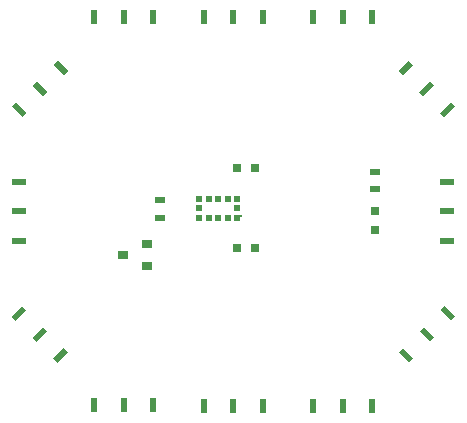
<source format=gtp>
G04 #@! TF.FileFunction,Paste,Top*
%FSLAX46Y46*%
G04 Gerber Fmt 4.6, Leading zero omitted, Abs format (unit mm)*
G04 Created by KiCad (PCBNEW 4.0.7-e2-6376~58~ubuntu16.04.1) date Mon Aug  6 19:30:18 2018*
%MOMM*%
%LPD*%
G01*
G04 APERTURE LIST*
%ADD10C,0.100000*%
%ADD11R,0.500000X1.250000*%
%ADD12R,0.500000X0.500000*%
%ADD13R,0.250000X0.250000*%
%ADD14R,1.250000X0.500000*%
%ADD15R,0.900000X0.800000*%
%ADD16R,0.900000X0.500000*%
%ADD17R,0.800000X0.750000*%
%ADD18R,0.800000X0.800000*%
G04 APERTURE END LIST*
D10*
D11*
X131830000Y-90290000D03*
X129330000Y-90290000D03*
X126830000Y-90290000D03*
X141110000Y-90320000D03*
X138610000Y-90320000D03*
X136110000Y-90320000D03*
X150380000Y-90300000D03*
X147880000Y-90300000D03*
X145380000Y-90300000D03*
X145390000Y-123200000D03*
X147890000Y-123200000D03*
X150390000Y-123200000D03*
X126820000Y-123140000D03*
X129320000Y-123140000D03*
X131820000Y-123140000D03*
D12*
X138940000Y-107310000D03*
X138140000Y-107310000D03*
X137340000Y-107310000D03*
X136540000Y-107310000D03*
X135740000Y-107310000D03*
X135740000Y-106510000D03*
X135740000Y-105710000D03*
X136540000Y-105710000D03*
X137340000Y-105710000D03*
X138140000Y-105710000D03*
X138940000Y-105710000D03*
X138940000Y-106510000D03*
D13*
X139240000Y-107185000D03*
D10*
G36*
X157356485Y-97882602D02*
X156472602Y-98766485D01*
X156119049Y-98412932D01*
X157002932Y-97529049D01*
X157356485Y-97882602D01*
X157356485Y-97882602D01*
G37*
G36*
X155588718Y-96114835D02*
X154704835Y-96998718D01*
X154351282Y-96645165D01*
X155235165Y-95761282D01*
X155588718Y-96114835D01*
X155588718Y-96114835D01*
G37*
G36*
X153820951Y-94347068D02*
X152937068Y-95230951D01*
X152583515Y-94877398D01*
X153467398Y-93993515D01*
X153820951Y-94347068D01*
X153820951Y-94347068D01*
G37*
D14*
X156720000Y-109250000D03*
X156720000Y-106750000D03*
X156720000Y-104250000D03*
X120460000Y-104260000D03*
X120460000Y-106760000D03*
X120460000Y-109260000D03*
D11*
X136100000Y-123200000D03*
X138600000Y-123200000D03*
X141100000Y-123200000D03*
D10*
G36*
X119843515Y-115677398D02*
X120727398Y-114793515D01*
X121080951Y-115147068D01*
X120197068Y-116030951D01*
X119843515Y-115677398D01*
X119843515Y-115677398D01*
G37*
G36*
X121611282Y-117445165D02*
X122495165Y-116561282D01*
X122848718Y-116914835D01*
X121964835Y-117798718D01*
X121611282Y-117445165D01*
X121611282Y-117445165D01*
G37*
G36*
X123379049Y-119212932D02*
X124262932Y-118329049D01*
X124616485Y-118682602D01*
X123732602Y-119566485D01*
X123379049Y-119212932D01*
X123379049Y-119212932D01*
G37*
G36*
X153487398Y-119536485D02*
X152603515Y-118652602D01*
X152957068Y-118299049D01*
X153840951Y-119182932D01*
X153487398Y-119536485D01*
X153487398Y-119536485D01*
G37*
G36*
X155255165Y-117768718D02*
X154371282Y-116884835D01*
X154724835Y-116531282D01*
X155608718Y-117415165D01*
X155255165Y-117768718D01*
X155255165Y-117768718D01*
G37*
G36*
X157022932Y-116000951D02*
X156139049Y-115117068D01*
X156492602Y-114763515D01*
X157376485Y-115647398D01*
X157022932Y-116000951D01*
X157022932Y-116000951D01*
G37*
G36*
X123752602Y-93983515D02*
X124636485Y-94867398D01*
X124282932Y-95220951D01*
X123399049Y-94337068D01*
X123752602Y-93983515D01*
X123752602Y-93983515D01*
G37*
G36*
X121984835Y-95751282D02*
X122868718Y-96635165D01*
X122515165Y-96988718D01*
X121631282Y-96104835D01*
X121984835Y-95751282D01*
X121984835Y-95751282D01*
G37*
G36*
X120217068Y-97519049D02*
X121100951Y-98402932D01*
X120747398Y-98756485D01*
X119863515Y-97872602D01*
X120217068Y-97519049D01*
X120217068Y-97519049D01*
G37*
D15*
X131275000Y-111400000D03*
X131275000Y-109500000D03*
X129275000Y-110450000D03*
D16*
X150625000Y-103400000D03*
X150625000Y-104900000D03*
X132400000Y-107300000D03*
X132400000Y-105800000D03*
D17*
X140450000Y-109890000D03*
X138950000Y-109890000D03*
X138950000Y-103060000D03*
X140450000Y-103060000D03*
D18*
X150625000Y-106750000D03*
X150625000Y-108350000D03*
M02*

</source>
